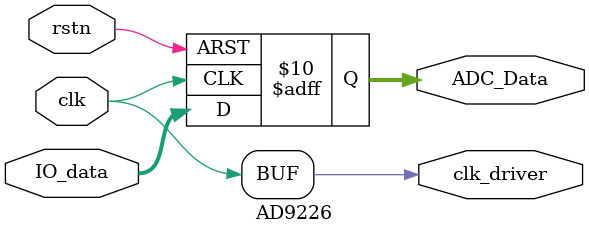
<source format=v>
 module AD9226 (
    input           clk,           //260M时钟输入
    input           rstn,

    output          clk_driver,
    input           [12:0]IO_data,
    output     reg  [12:0]ADC_Data  
);

`define clkOutPeriod  4		//模块驱动时钟分频，clk_driver = clk/4 = 260M/4 = 65M
reg [31:0]clkCnt;
always@(posedge clk or  negedge rstn)
	if(!rstn)
		clkCnt <= 32'd0;
	else if(clkCnt == (`clkOutPeriod-1)) begin
		clkCnt <= 32'd0;
	end
	else begin
		clkCnt <= clkCnt + 32'd1;
	end
	
//always @(posedge clk or negedge rstn)
//	if(!rstn) begin
//		clk_driver <= 1'd0;
//		ADC_Data <= 13'd0;
//	end
//	else if(clkCnt == `clkOutPeriod/2-1) begin
//		clk_driver <= 1'd1;
//		ADC_Data <= IO_data;
//	end
//	else if(clkCnt == `clkOutPeriod-1) begin
//		clk_driver <= 1'd0;
//		ADC_Data <= ADC_Data;
//	end
//	else begin
//		clk_driver <= clk_driver;
//		ADC_Data <= ADC_Data;
//	end


assign clk_driver = clk;

always @(posedge clk or negedge rstn) begin
	if(!rstn)
		ADC_Data <= 0;
	else
		ADC_Data <= IO_data;
    end

endmodule //AD9226
</source>
